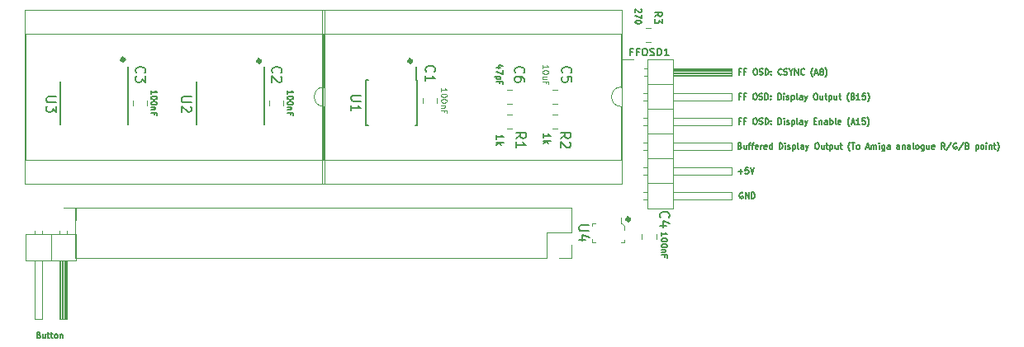
<source format=gbr>
G04 #@! TF.GenerationSoftware,KiCad,Pcbnew,(5.1.9)-1*
G04 #@! TF.CreationDate,2021-04-27T19:28:00+01:00*
G04 #@! TF.ProjectId,RGBtoHDMI Amiga Denise - v2++ Rev 2 by solarmon,52474274-6f48-4444-9d49-20416d696761,v2++ Rev 2*
G04 #@! TF.SameCoordinates,Original*
G04 #@! TF.FileFunction,Legend,Top*
G04 #@! TF.FilePolarity,Positive*
%FSLAX46Y46*%
G04 Gerber Fmt 4.6, Leading zero omitted, Abs format (unit mm)*
G04 Created by KiCad (PCBNEW (5.1.9)-1) date 2021-04-27 19:28:00*
%MOMM*%
%LPD*%
G01*
G04 APERTURE LIST*
%ADD10C,0.150000*%
%ADD11C,0.400000*%
%ADD12C,0.120000*%
%ADD13C,0.100000*%
%ADD14C,0.125000*%
G04 APERTURE END LIST*
D10*
X175691857Y-85425000D02*
X175634714Y-85396428D01*
X175549000Y-85396428D01*
X175463285Y-85425000D01*
X175406142Y-85482142D01*
X175377571Y-85539285D01*
X175349000Y-85653571D01*
X175349000Y-85739285D01*
X175377571Y-85853571D01*
X175406142Y-85910714D01*
X175463285Y-85967857D01*
X175549000Y-85996428D01*
X175606142Y-85996428D01*
X175691857Y-85967857D01*
X175720428Y-85939285D01*
X175720428Y-85739285D01*
X175606142Y-85739285D01*
X175977571Y-85996428D02*
X175977571Y-85396428D01*
X176320428Y-85996428D01*
X176320428Y-85396428D01*
X176606142Y-85996428D02*
X176606142Y-85396428D01*
X176749000Y-85396428D01*
X176834714Y-85425000D01*
X176891857Y-85482142D01*
X176920428Y-85539285D01*
X176949000Y-85653571D01*
X176949000Y-85739285D01*
X176920428Y-85853571D01*
X176891857Y-85910714D01*
X176834714Y-85967857D01*
X176749000Y-85996428D01*
X176606142Y-85996428D01*
X175250571Y-83227857D02*
X175707714Y-83227857D01*
X175479142Y-83456428D02*
X175479142Y-82999285D01*
X176279142Y-82856428D02*
X175993428Y-82856428D01*
X175964857Y-83142142D01*
X175993428Y-83113571D01*
X176050571Y-83085000D01*
X176193428Y-83085000D01*
X176250571Y-83113571D01*
X176279142Y-83142142D01*
X176307714Y-83199285D01*
X176307714Y-83342142D01*
X176279142Y-83399285D01*
X176250571Y-83427857D01*
X176193428Y-83456428D01*
X176050571Y-83456428D01*
X175993428Y-83427857D01*
X175964857Y-83399285D01*
X176479142Y-82856428D02*
X176679142Y-83456428D01*
X176879142Y-82856428D01*
X175423571Y-80602142D02*
X175509285Y-80630714D01*
X175537857Y-80659285D01*
X175566428Y-80716428D01*
X175566428Y-80802142D01*
X175537857Y-80859285D01*
X175509285Y-80887857D01*
X175452142Y-80916428D01*
X175223571Y-80916428D01*
X175223571Y-80316428D01*
X175423571Y-80316428D01*
X175480714Y-80345000D01*
X175509285Y-80373571D01*
X175537857Y-80430714D01*
X175537857Y-80487857D01*
X175509285Y-80545000D01*
X175480714Y-80573571D01*
X175423571Y-80602142D01*
X175223571Y-80602142D01*
X176080714Y-80516428D02*
X176080714Y-80916428D01*
X175823571Y-80516428D02*
X175823571Y-80830714D01*
X175852142Y-80887857D01*
X175909285Y-80916428D01*
X175995000Y-80916428D01*
X176052142Y-80887857D01*
X176080714Y-80859285D01*
X176280714Y-80516428D02*
X176509285Y-80516428D01*
X176366428Y-80916428D02*
X176366428Y-80402142D01*
X176395000Y-80345000D01*
X176452142Y-80316428D01*
X176509285Y-80316428D01*
X176623571Y-80516428D02*
X176852142Y-80516428D01*
X176709285Y-80916428D02*
X176709285Y-80402142D01*
X176737857Y-80345000D01*
X176795000Y-80316428D01*
X176852142Y-80316428D01*
X177280714Y-80887857D02*
X177223571Y-80916428D01*
X177109285Y-80916428D01*
X177052142Y-80887857D01*
X177023571Y-80830714D01*
X177023571Y-80602142D01*
X177052142Y-80545000D01*
X177109285Y-80516428D01*
X177223571Y-80516428D01*
X177280714Y-80545000D01*
X177309285Y-80602142D01*
X177309285Y-80659285D01*
X177023571Y-80716428D01*
X177566428Y-80916428D02*
X177566428Y-80516428D01*
X177566428Y-80630714D02*
X177595000Y-80573571D01*
X177623571Y-80545000D01*
X177680714Y-80516428D01*
X177737857Y-80516428D01*
X178166428Y-80887857D02*
X178109285Y-80916428D01*
X177995000Y-80916428D01*
X177937857Y-80887857D01*
X177909285Y-80830714D01*
X177909285Y-80602142D01*
X177937857Y-80545000D01*
X177995000Y-80516428D01*
X178109285Y-80516428D01*
X178166428Y-80545000D01*
X178195000Y-80602142D01*
X178195000Y-80659285D01*
X177909285Y-80716428D01*
X178709285Y-80916428D02*
X178709285Y-80316428D01*
X178709285Y-80887857D02*
X178652142Y-80916428D01*
X178537857Y-80916428D01*
X178480714Y-80887857D01*
X178452142Y-80859285D01*
X178423571Y-80802142D01*
X178423571Y-80630714D01*
X178452142Y-80573571D01*
X178480714Y-80545000D01*
X178537857Y-80516428D01*
X178652142Y-80516428D01*
X178709285Y-80545000D01*
X179452142Y-80916428D02*
X179452142Y-80316428D01*
X179595000Y-80316428D01*
X179680714Y-80345000D01*
X179737857Y-80402142D01*
X179766428Y-80459285D01*
X179795000Y-80573571D01*
X179795000Y-80659285D01*
X179766428Y-80773571D01*
X179737857Y-80830714D01*
X179680714Y-80887857D01*
X179595000Y-80916428D01*
X179452142Y-80916428D01*
X180052142Y-80916428D02*
X180052142Y-80516428D01*
X180052142Y-80316428D02*
X180023571Y-80345000D01*
X180052142Y-80373571D01*
X180080714Y-80345000D01*
X180052142Y-80316428D01*
X180052142Y-80373571D01*
X180309285Y-80887857D02*
X180366428Y-80916428D01*
X180480714Y-80916428D01*
X180537857Y-80887857D01*
X180566428Y-80830714D01*
X180566428Y-80802142D01*
X180537857Y-80745000D01*
X180480714Y-80716428D01*
X180395000Y-80716428D01*
X180337857Y-80687857D01*
X180309285Y-80630714D01*
X180309285Y-80602142D01*
X180337857Y-80545000D01*
X180395000Y-80516428D01*
X180480714Y-80516428D01*
X180537857Y-80545000D01*
X180823571Y-80516428D02*
X180823571Y-81116428D01*
X180823571Y-80545000D02*
X180880714Y-80516428D01*
X180995000Y-80516428D01*
X181052142Y-80545000D01*
X181080714Y-80573571D01*
X181109285Y-80630714D01*
X181109285Y-80802142D01*
X181080714Y-80859285D01*
X181052142Y-80887857D01*
X180995000Y-80916428D01*
X180880714Y-80916428D01*
X180823571Y-80887857D01*
X181452142Y-80916428D02*
X181395000Y-80887857D01*
X181366428Y-80830714D01*
X181366428Y-80316428D01*
X181937857Y-80916428D02*
X181937857Y-80602142D01*
X181909285Y-80545000D01*
X181852142Y-80516428D01*
X181737857Y-80516428D01*
X181680714Y-80545000D01*
X181937857Y-80887857D02*
X181880714Y-80916428D01*
X181737857Y-80916428D01*
X181680714Y-80887857D01*
X181652142Y-80830714D01*
X181652142Y-80773571D01*
X181680714Y-80716428D01*
X181737857Y-80687857D01*
X181880714Y-80687857D01*
X181937857Y-80659285D01*
X182166428Y-80516428D02*
X182309285Y-80916428D01*
X182452142Y-80516428D02*
X182309285Y-80916428D01*
X182252142Y-81059285D01*
X182223571Y-81087857D01*
X182166428Y-81116428D01*
X183252142Y-80316428D02*
X183366428Y-80316428D01*
X183423571Y-80345000D01*
X183480714Y-80402142D01*
X183509285Y-80516428D01*
X183509285Y-80716428D01*
X183480714Y-80830714D01*
X183423571Y-80887857D01*
X183366428Y-80916428D01*
X183252142Y-80916428D01*
X183195000Y-80887857D01*
X183137857Y-80830714D01*
X183109285Y-80716428D01*
X183109285Y-80516428D01*
X183137857Y-80402142D01*
X183195000Y-80345000D01*
X183252142Y-80316428D01*
X184023571Y-80516428D02*
X184023571Y-80916428D01*
X183766428Y-80516428D02*
X183766428Y-80830714D01*
X183795000Y-80887857D01*
X183852142Y-80916428D01*
X183937857Y-80916428D01*
X183995000Y-80887857D01*
X184023571Y-80859285D01*
X184223571Y-80516428D02*
X184452142Y-80516428D01*
X184309285Y-80316428D02*
X184309285Y-80830714D01*
X184337857Y-80887857D01*
X184395000Y-80916428D01*
X184452142Y-80916428D01*
X184652142Y-80516428D02*
X184652142Y-81116428D01*
X184652142Y-80545000D02*
X184709285Y-80516428D01*
X184823571Y-80516428D01*
X184880714Y-80545000D01*
X184909285Y-80573571D01*
X184937857Y-80630714D01*
X184937857Y-80802142D01*
X184909285Y-80859285D01*
X184880714Y-80887857D01*
X184823571Y-80916428D01*
X184709285Y-80916428D01*
X184652142Y-80887857D01*
X185452142Y-80516428D02*
X185452142Y-80916428D01*
X185195000Y-80516428D02*
X185195000Y-80830714D01*
X185223571Y-80887857D01*
X185280714Y-80916428D01*
X185366428Y-80916428D01*
X185423571Y-80887857D01*
X185452142Y-80859285D01*
X185652142Y-80516428D02*
X185880714Y-80516428D01*
X185737857Y-80316428D02*
X185737857Y-80830714D01*
X185766428Y-80887857D01*
X185823571Y-80916428D01*
X185880714Y-80916428D01*
X186709285Y-81145000D02*
X186680714Y-81116428D01*
X186623571Y-81030714D01*
X186595000Y-80973571D01*
X186566428Y-80887857D01*
X186537857Y-80745000D01*
X186537857Y-80630714D01*
X186566428Y-80487857D01*
X186595000Y-80402142D01*
X186623571Y-80345000D01*
X186680714Y-80259285D01*
X186709285Y-80230714D01*
X186852142Y-80316428D02*
X187195000Y-80316428D01*
X187023571Y-80916428D02*
X187023571Y-80316428D01*
X187480714Y-80916428D02*
X187423571Y-80887857D01*
X187395000Y-80859285D01*
X187366428Y-80802142D01*
X187366428Y-80630714D01*
X187395000Y-80573571D01*
X187423571Y-80545000D01*
X187480714Y-80516428D01*
X187566428Y-80516428D01*
X187623571Y-80545000D01*
X187652142Y-80573571D01*
X187680714Y-80630714D01*
X187680714Y-80802142D01*
X187652142Y-80859285D01*
X187623571Y-80887857D01*
X187566428Y-80916428D01*
X187480714Y-80916428D01*
X188366428Y-80745000D02*
X188652142Y-80745000D01*
X188309285Y-80916428D02*
X188509285Y-80316428D01*
X188709285Y-80916428D01*
X188909285Y-80916428D02*
X188909285Y-80516428D01*
X188909285Y-80573571D02*
X188937857Y-80545000D01*
X188995000Y-80516428D01*
X189080714Y-80516428D01*
X189137857Y-80545000D01*
X189166428Y-80602142D01*
X189166428Y-80916428D01*
X189166428Y-80602142D02*
X189195000Y-80545000D01*
X189252142Y-80516428D01*
X189337857Y-80516428D01*
X189395000Y-80545000D01*
X189423571Y-80602142D01*
X189423571Y-80916428D01*
X189709285Y-80916428D02*
X189709285Y-80516428D01*
X189709285Y-80316428D02*
X189680714Y-80345000D01*
X189709285Y-80373571D01*
X189737857Y-80345000D01*
X189709285Y-80316428D01*
X189709285Y-80373571D01*
X190252142Y-80516428D02*
X190252142Y-81002142D01*
X190223571Y-81059285D01*
X190195000Y-81087857D01*
X190137857Y-81116428D01*
X190052142Y-81116428D01*
X189995000Y-81087857D01*
X190252142Y-80887857D02*
X190195000Y-80916428D01*
X190080714Y-80916428D01*
X190023571Y-80887857D01*
X189995000Y-80859285D01*
X189966428Y-80802142D01*
X189966428Y-80630714D01*
X189995000Y-80573571D01*
X190023571Y-80545000D01*
X190080714Y-80516428D01*
X190195000Y-80516428D01*
X190252142Y-80545000D01*
X190795000Y-80916428D02*
X190795000Y-80602142D01*
X190766428Y-80545000D01*
X190709285Y-80516428D01*
X190595000Y-80516428D01*
X190537857Y-80545000D01*
X190795000Y-80887857D02*
X190737857Y-80916428D01*
X190595000Y-80916428D01*
X190537857Y-80887857D01*
X190509285Y-80830714D01*
X190509285Y-80773571D01*
X190537857Y-80716428D01*
X190595000Y-80687857D01*
X190737857Y-80687857D01*
X190795000Y-80659285D01*
X191795000Y-80916428D02*
X191795000Y-80602142D01*
X191766428Y-80545000D01*
X191709285Y-80516428D01*
X191595000Y-80516428D01*
X191537857Y-80545000D01*
X191795000Y-80887857D02*
X191737857Y-80916428D01*
X191595000Y-80916428D01*
X191537857Y-80887857D01*
X191509285Y-80830714D01*
X191509285Y-80773571D01*
X191537857Y-80716428D01*
X191595000Y-80687857D01*
X191737857Y-80687857D01*
X191795000Y-80659285D01*
X192080714Y-80516428D02*
X192080714Y-80916428D01*
X192080714Y-80573571D02*
X192109285Y-80545000D01*
X192166428Y-80516428D01*
X192252142Y-80516428D01*
X192309285Y-80545000D01*
X192337857Y-80602142D01*
X192337857Y-80916428D01*
X192880714Y-80916428D02*
X192880714Y-80602142D01*
X192852142Y-80545000D01*
X192795000Y-80516428D01*
X192680714Y-80516428D01*
X192623571Y-80545000D01*
X192880714Y-80887857D02*
X192823571Y-80916428D01*
X192680714Y-80916428D01*
X192623571Y-80887857D01*
X192595000Y-80830714D01*
X192595000Y-80773571D01*
X192623571Y-80716428D01*
X192680714Y-80687857D01*
X192823571Y-80687857D01*
X192880714Y-80659285D01*
X193252142Y-80916428D02*
X193195000Y-80887857D01*
X193166428Y-80830714D01*
X193166428Y-80316428D01*
X193566428Y-80916428D02*
X193509285Y-80887857D01*
X193480714Y-80859285D01*
X193452142Y-80802142D01*
X193452142Y-80630714D01*
X193480714Y-80573571D01*
X193509285Y-80545000D01*
X193566428Y-80516428D01*
X193652142Y-80516428D01*
X193709285Y-80545000D01*
X193737857Y-80573571D01*
X193766428Y-80630714D01*
X193766428Y-80802142D01*
X193737857Y-80859285D01*
X193709285Y-80887857D01*
X193652142Y-80916428D01*
X193566428Y-80916428D01*
X194280714Y-80516428D02*
X194280714Y-81002142D01*
X194252142Y-81059285D01*
X194223571Y-81087857D01*
X194166428Y-81116428D01*
X194080714Y-81116428D01*
X194023571Y-81087857D01*
X194280714Y-80887857D02*
X194223571Y-80916428D01*
X194109285Y-80916428D01*
X194052142Y-80887857D01*
X194023571Y-80859285D01*
X193995000Y-80802142D01*
X193995000Y-80630714D01*
X194023571Y-80573571D01*
X194052142Y-80545000D01*
X194109285Y-80516428D01*
X194223571Y-80516428D01*
X194280714Y-80545000D01*
X194823571Y-80516428D02*
X194823571Y-80916428D01*
X194566428Y-80516428D02*
X194566428Y-80830714D01*
X194595000Y-80887857D01*
X194652142Y-80916428D01*
X194737857Y-80916428D01*
X194795000Y-80887857D01*
X194823571Y-80859285D01*
X195337857Y-80887857D02*
X195280714Y-80916428D01*
X195166428Y-80916428D01*
X195109285Y-80887857D01*
X195080714Y-80830714D01*
X195080714Y-80602142D01*
X195109285Y-80545000D01*
X195166428Y-80516428D01*
X195280714Y-80516428D01*
X195337857Y-80545000D01*
X195366428Y-80602142D01*
X195366428Y-80659285D01*
X195080714Y-80716428D01*
X196423571Y-80916428D02*
X196223571Y-80630714D01*
X196080714Y-80916428D02*
X196080714Y-80316428D01*
X196309285Y-80316428D01*
X196366428Y-80345000D01*
X196395000Y-80373571D01*
X196423571Y-80430714D01*
X196423571Y-80516428D01*
X196395000Y-80573571D01*
X196366428Y-80602142D01*
X196309285Y-80630714D01*
X196080714Y-80630714D01*
X197109285Y-80287857D02*
X196595000Y-81059285D01*
X197623571Y-80345000D02*
X197566428Y-80316428D01*
X197480714Y-80316428D01*
X197395000Y-80345000D01*
X197337857Y-80402142D01*
X197309285Y-80459285D01*
X197280714Y-80573571D01*
X197280714Y-80659285D01*
X197309285Y-80773571D01*
X197337857Y-80830714D01*
X197395000Y-80887857D01*
X197480714Y-80916428D01*
X197537857Y-80916428D01*
X197623571Y-80887857D01*
X197652142Y-80859285D01*
X197652142Y-80659285D01*
X197537857Y-80659285D01*
X198337857Y-80287857D02*
X197823571Y-81059285D01*
X198737857Y-80602142D02*
X198823571Y-80630714D01*
X198852142Y-80659285D01*
X198880714Y-80716428D01*
X198880714Y-80802142D01*
X198852142Y-80859285D01*
X198823571Y-80887857D01*
X198766428Y-80916428D01*
X198537857Y-80916428D01*
X198537857Y-80316428D01*
X198737857Y-80316428D01*
X198795000Y-80345000D01*
X198823571Y-80373571D01*
X198852142Y-80430714D01*
X198852142Y-80487857D01*
X198823571Y-80545000D01*
X198795000Y-80573571D01*
X198737857Y-80602142D01*
X198537857Y-80602142D01*
X199595000Y-80516428D02*
X199595000Y-81116428D01*
X199595000Y-80545000D02*
X199652142Y-80516428D01*
X199766428Y-80516428D01*
X199823571Y-80545000D01*
X199852142Y-80573571D01*
X199880714Y-80630714D01*
X199880714Y-80802142D01*
X199852142Y-80859285D01*
X199823571Y-80887857D01*
X199766428Y-80916428D01*
X199652142Y-80916428D01*
X199595000Y-80887857D01*
X200223571Y-80916428D02*
X200166428Y-80887857D01*
X200137857Y-80859285D01*
X200109285Y-80802142D01*
X200109285Y-80630714D01*
X200137857Y-80573571D01*
X200166428Y-80545000D01*
X200223571Y-80516428D01*
X200309285Y-80516428D01*
X200366428Y-80545000D01*
X200395000Y-80573571D01*
X200423571Y-80630714D01*
X200423571Y-80802142D01*
X200395000Y-80859285D01*
X200366428Y-80887857D01*
X200309285Y-80916428D01*
X200223571Y-80916428D01*
X200680714Y-80916428D02*
X200680714Y-80516428D01*
X200680714Y-80316428D02*
X200652142Y-80345000D01*
X200680714Y-80373571D01*
X200709285Y-80345000D01*
X200680714Y-80316428D01*
X200680714Y-80373571D01*
X200966428Y-80516428D02*
X200966428Y-80916428D01*
X200966428Y-80573571D02*
X200995000Y-80545000D01*
X201052142Y-80516428D01*
X201137857Y-80516428D01*
X201195000Y-80545000D01*
X201223571Y-80602142D01*
X201223571Y-80916428D01*
X201423571Y-80516428D02*
X201652142Y-80516428D01*
X201509285Y-80316428D02*
X201509285Y-80830714D01*
X201537857Y-80887857D01*
X201595000Y-80916428D01*
X201652142Y-80916428D01*
X201795000Y-81145000D02*
X201823571Y-81116428D01*
X201880714Y-81030714D01*
X201909285Y-80973571D01*
X201937857Y-80887857D01*
X201966428Y-80745000D01*
X201966428Y-80630714D01*
X201937857Y-80487857D01*
X201909285Y-80402142D01*
X201880714Y-80345000D01*
X201823571Y-80259285D01*
X201795000Y-80230714D01*
X175519571Y-78062142D02*
X175319571Y-78062142D01*
X175319571Y-78376428D02*
X175319571Y-77776428D01*
X175605285Y-77776428D01*
X176033857Y-78062142D02*
X175833857Y-78062142D01*
X175833857Y-78376428D02*
X175833857Y-77776428D01*
X176119571Y-77776428D01*
X176919571Y-77776428D02*
X177033857Y-77776428D01*
X177091000Y-77805000D01*
X177148142Y-77862142D01*
X177176714Y-77976428D01*
X177176714Y-78176428D01*
X177148142Y-78290714D01*
X177091000Y-78347857D01*
X177033857Y-78376428D01*
X176919571Y-78376428D01*
X176862428Y-78347857D01*
X176805285Y-78290714D01*
X176776714Y-78176428D01*
X176776714Y-77976428D01*
X176805285Y-77862142D01*
X176862428Y-77805000D01*
X176919571Y-77776428D01*
X177405285Y-78347857D02*
X177491000Y-78376428D01*
X177633857Y-78376428D01*
X177691000Y-78347857D01*
X177719571Y-78319285D01*
X177748142Y-78262142D01*
X177748142Y-78205000D01*
X177719571Y-78147857D01*
X177691000Y-78119285D01*
X177633857Y-78090714D01*
X177519571Y-78062142D01*
X177462428Y-78033571D01*
X177433857Y-78005000D01*
X177405285Y-77947857D01*
X177405285Y-77890714D01*
X177433857Y-77833571D01*
X177462428Y-77805000D01*
X177519571Y-77776428D01*
X177662428Y-77776428D01*
X177748142Y-77805000D01*
X178005285Y-78376428D02*
X178005285Y-77776428D01*
X178148142Y-77776428D01*
X178233857Y-77805000D01*
X178291000Y-77862142D01*
X178319571Y-77919285D01*
X178348142Y-78033571D01*
X178348142Y-78119285D01*
X178319571Y-78233571D01*
X178291000Y-78290714D01*
X178233857Y-78347857D01*
X178148142Y-78376428D01*
X178005285Y-78376428D01*
X178605285Y-78319285D02*
X178633857Y-78347857D01*
X178605285Y-78376428D01*
X178576714Y-78347857D01*
X178605285Y-78319285D01*
X178605285Y-78376428D01*
X178605285Y-78005000D02*
X178633857Y-78033571D01*
X178605285Y-78062142D01*
X178576714Y-78033571D01*
X178605285Y-78005000D01*
X178605285Y-78062142D01*
X179348142Y-78376428D02*
X179348142Y-77776428D01*
X179491000Y-77776428D01*
X179576714Y-77805000D01*
X179633857Y-77862142D01*
X179662428Y-77919285D01*
X179691000Y-78033571D01*
X179691000Y-78119285D01*
X179662428Y-78233571D01*
X179633857Y-78290714D01*
X179576714Y-78347857D01*
X179491000Y-78376428D01*
X179348142Y-78376428D01*
X179948142Y-78376428D02*
X179948142Y-77976428D01*
X179948142Y-77776428D02*
X179919571Y-77805000D01*
X179948142Y-77833571D01*
X179976714Y-77805000D01*
X179948142Y-77776428D01*
X179948142Y-77833571D01*
X180205285Y-78347857D02*
X180262428Y-78376428D01*
X180376714Y-78376428D01*
X180433857Y-78347857D01*
X180462428Y-78290714D01*
X180462428Y-78262142D01*
X180433857Y-78205000D01*
X180376714Y-78176428D01*
X180291000Y-78176428D01*
X180233857Y-78147857D01*
X180205285Y-78090714D01*
X180205285Y-78062142D01*
X180233857Y-78005000D01*
X180291000Y-77976428D01*
X180376714Y-77976428D01*
X180433857Y-78005000D01*
X180719571Y-77976428D02*
X180719571Y-78576428D01*
X180719571Y-78005000D02*
X180776714Y-77976428D01*
X180891000Y-77976428D01*
X180948142Y-78005000D01*
X180976714Y-78033571D01*
X181005285Y-78090714D01*
X181005285Y-78262142D01*
X180976714Y-78319285D01*
X180948142Y-78347857D01*
X180891000Y-78376428D01*
X180776714Y-78376428D01*
X180719571Y-78347857D01*
X181348142Y-78376428D02*
X181291000Y-78347857D01*
X181262428Y-78290714D01*
X181262428Y-77776428D01*
X181833857Y-78376428D02*
X181833857Y-78062142D01*
X181805285Y-78005000D01*
X181748142Y-77976428D01*
X181633857Y-77976428D01*
X181576714Y-78005000D01*
X181833857Y-78347857D02*
X181776714Y-78376428D01*
X181633857Y-78376428D01*
X181576714Y-78347857D01*
X181548142Y-78290714D01*
X181548142Y-78233571D01*
X181576714Y-78176428D01*
X181633857Y-78147857D01*
X181776714Y-78147857D01*
X181833857Y-78119285D01*
X182062428Y-77976428D02*
X182205285Y-78376428D01*
X182348142Y-77976428D02*
X182205285Y-78376428D01*
X182148142Y-78519285D01*
X182119571Y-78547857D01*
X182062428Y-78576428D01*
X183033857Y-78062142D02*
X183233857Y-78062142D01*
X183319571Y-78376428D02*
X183033857Y-78376428D01*
X183033857Y-77776428D01*
X183319571Y-77776428D01*
X183576714Y-77976428D02*
X183576714Y-78376428D01*
X183576714Y-78033571D02*
X183605285Y-78005000D01*
X183662428Y-77976428D01*
X183748142Y-77976428D01*
X183805285Y-78005000D01*
X183833857Y-78062142D01*
X183833857Y-78376428D01*
X184376714Y-78376428D02*
X184376714Y-78062142D01*
X184348142Y-78005000D01*
X184291000Y-77976428D01*
X184176714Y-77976428D01*
X184119571Y-78005000D01*
X184376714Y-78347857D02*
X184319571Y-78376428D01*
X184176714Y-78376428D01*
X184119571Y-78347857D01*
X184091000Y-78290714D01*
X184091000Y-78233571D01*
X184119571Y-78176428D01*
X184176714Y-78147857D01*
X184319571Y-78147857D01*
X184376714Y-78119285D01*
X184662428Y-78376428D02*
X184662428Y-77776428D01*
X184662428Y-78005000D02*
X184719571Y-77976428D01*
X184833857Y-77976428D01*
X184891000Y-78005000D01*
X184919571Y-78033571D01*
X184948142Y-78090714D01*
X184948142Y-78262142D01*
X184919571Y-78319285D01*
X184891000Y-78347857D01*
X184833857Y-78376428D01*
X184719571Y-78376428D01*
X184662428Y-78347857D01*
X185291000Y-78376428D02*
X185233857Y-78347857D01*
X185205285Y-78290714D01*
X185205285Y-77776428D01*
X185748142Y-78347857D02*
X185691000Y-78376428D01*
X185576714Y-78376428D01*
X185519571Y-78347857D01*
X185491000Y-78290714D01*
X185491000Y-78062142D01*
X185519571Y-78005000D01*
X185576714Y-77976428D01*
X185691000Y-77976428D01*
X185748142Y-78005000D01*
X185776714Y-78062142D01*
X185776714Y-78119285D01*
X185491000Y-78176428D01*
X186662428Y-78605000D02*
X186633857Y-78576428D01*
X186576714Y-78490714D01*
X186548142Y-78433571D01*
X186519571Y-78347857D01*
X186491000Y-78205000D01*
X186491000Y-78090714D01*
X186519571Y-77947857D01*
X186548142Y-77862142D01*
X186576714Y-77805000D01*
X186633857Y-77719285D01*
X186662428Y-77690714D01*
X186862428Y-78205000D02*
X187148142Y-78205000D01*
X186805285Y-78376428D02*
X187005285Y-77776428D01*
X187205285Y-78376428D01*
X187719571Y-78376428D02*
X187376714Y-78376428D01*
X187548142Y-78376428D02*
X187548142Y-77776428D01*
X187491000Y-77862142D01*
X187433857Y-77919285D01*
X187376714Y-77947857D01*
X188262428Y-77776428D02*
X187976714Y-77776428D01*
X187948142Y-78062142D01*
X187976714Y-78033571D01*
X188033857Y-78005000D01*
X188176714Y-78005000D01*
X188233857Y-78033571D01*
X188262428Y-78062142D01*
X188291000Y-78119285D01*
X188291000Y-78262142D01*
X188262428Y-78319285D01*
X188233857Y-78347857D01*
X188176714Y-78376428D01*
X188033857Y-78376428D01*
X187976714Y-78347857D01*
X187948142Y-78319285D01*
X188491000Y-78605000D02*
X188519571Y-78576428D01*
X188576714Y-78490714D01*
X188605285Y-78433571D01*
X188633857Y-78347857D01*
X188662428Y-78205000D01*
X188662428Y-78090714D01*
X188633857Y-77947857D01*
X188605285Y-77862142D01*
X188576714Y-77805000D01*
X188519571Y-77719285D01*
X188491000Y-77690714D01*
X175505285Y-75522142D02*
X175305285Y-75522142D01*
X175305285Y-75836428D02*
X175305285Y-75236428D01*
X175591000Y-75236428D01*
X176019571Y-75522142D02*
X175819571Y-75522142D01*
X175819571Y-75836428D02*
X175819571Y-75236428D01*
X176105285Y-75236428D01*
X176905285Y-75236428D02*
X177019571Y-75236428D01*
X177076714Y-75265000D01*
X177133857Y-75322142D01*
X177162428Y-75436428D01*
X177162428Y-75636428D01*
X177133857Y-75750714D01*
X177076714Y-75807857D01*
X177019571Y-75836428D01*
X176905285Y-75836428D01*
X176848142Y-75807857D01*
X176791000Y-75750714D01*
X176762428Y-75636428D01*
X176762428Y-75436428D01*
X176791000Y-75322142D01*
X176848142Y-75265000D01*
X176905285Y-75236428D01*
X177391000Y-75807857D02*
X177476714Y-75836428D01*
X177619571Y-75836428D01*
X177676714Y-75807857D01*
X177705285Y-75779285D01*
X177733857Y-75722142D01*
X177733857Y-75665000D01*
X177705285Y-75607857D01*
X177676714Y-75579285D01*
X177619571Y-75550714D01*
X177505285Y-75522142D01*
X177448142Y-75493571D01*
X177419571Y-75465000D01*
X177391000Y-75407857D01*
X177391000Y-75350714D01*
X177419571Y-75293571D01*
X177448142Y-75265000D01*
X177505285Y-75236428D01*
X177648142Y-75236428D01*
X177733857Y-75265000D01*
X177991000Y-75836428D02*
X177991000Y-75236428D01*
X178133857Y-75236428D01*
X178219571Y-75265000D01*
X178276714Y-75322142D01*
X178305285Y-75379285D01*
X178333857Y-75493571D01*
X178333857Y-75579285D01*
X178305285Y-75693571D01*
X178276714Y-75750714D01*
X178219571Y-75807857D01*
X178133857Y-75836428D01*
X177991000Y-75836428D01*
X178591000Y-75779285D02*
X178619571Y-75807857D01*
X178591000Y-75836428D01*
X178562428Y-75807857D01*
X178591000Y-75779285D01*
X178591000Y-75836428D01*
X178591000Y-75465000D02*
X178619571Y-75493571D01*
X178591000Y-75522142D01*
X178562428Y-75493571D01*
X178591000Y-75465000D01*
X178591000Y-75522142D01*
X179333857Y-75836428D02*
X179333857Y-75236428D01*
X179476714Y-75236428D01*
X179562428Y-75265000D01*
X179619571Y-75322142D01*
X179648142Y-75379285D01*
X179676714Y-75493571D01*
X179676714Y-75579285D01*
X179648142Y-75693571D01*
X179619571Y-75750714D01*
X179562428Y-75807857D01*
X179476714Y-75836428D01*
X179333857Y-75836428D01*
X179933857Y-75836428D02*
X179933857Y-75436428D01*
X179933857Y-75236428D02*
X179905285Y-75265000D01*
X179933857Y-75293571D01*
X179962428Y-75265000D01*
X179933857Y-75236428D01*
X179933857Y-75293571D01*
X180191000Y-75807857D02*
X180248142Y-75836428D01*
X180362428Y-75836428D01*
X180419571Y-75807857D01*
X180448142Y-75750714D01*
X180448142Y-75722142D01*
X180419571Y-75665000D01*
X180362428Y-75636428D01*
X180276714Y-75636428D01*
X180219571Y-75607857D01*
X180191000Y-75550714D01*
X180191000Y-75522142D01*
X180219571Y-75465000D01*
X180276714Y-75436428D01*
X180362428Y-75436428D01*
X180419571Y-75465000D01*
X180705285Y-75436428D02*
X180705285Y-76036428D01*
X180705285Y-75465000D02*
X180762428Y-75436428D01*
X180876714Y-75436428D01*
X180933857Y-75465000D01*
X180962428Y-75493571D01*
X180991000Y-75550714D01*
X180991000Y-75722142D01*
X180962428Y-75779285D01*
X180933857Y-75807857D01*
X180876714Y-75836428D01*
X180762428Y-75836428D01*
X180705285Y-75807857D01*
X181333857Y-75836428D02*
X181276714Y-75807857D01*
X181248142Y-75750714D01*
X181248142Y-75236428D01*
X181819571Y-75836428D02*
X181819571Y-75522142D01*
X181791000Y-75465000D01*
X181733857Y-75436428D01*
X181619571Y-75436428D01*
X181562428Y-75465000D01*
X181819571Y-75807857D02*
X181762428Y-75836428D01*
X181619571Y-75836428D01*
X181562428Y-75807857D01*
X181533857Y-75750714D01*
X181533857Y-75693571D01*
X181562428Y-75636428D01*
X181619571Y-75607857D01*
X181762428Y-75607857D01*
X181819571Y-75579285D01*
X182048142Y-75436428D02*
X182191000Y-75836428D01*
X182333857Y-75436428D02*
X182191000Y-75836428D01*
X182133857Y-75979285D01*
X182105285Y-76007857D01*
X182048142Y-76036428D01*
X183133857Y-75236428D02*
X183248142Y-75236428D01*
X183305285Y-75265000D01*
X183362428Y-75322142D01*
X183391000Y-75436428D01*
X183391000Y-75636428D01*
X183362428Y-75750714D01*
X183305285Y-75807857D01*
X183248142Y-75836428D01*
X183133857Y-75836428D01*
X183076714Y-75807857D01*
X183019571Y-75750714D01*
X182991000Y-75636428D01*
X182991000Y-75436428D01*
X183019571Y-75322142D01*
X183076714Y-75265000D01*
X183133857Y-75236428D01*
X183905285Y-75436428D02*
X183905285Y-75836428D01*
X183648142Y-75436428D02*
X183648142Y-75750714D01*
X183676714Y-75807857D01*
X183733857Y-75836428D01*
X183819571Y-75836428D01*
X183876714Y-75807857D01*
X183905285Y-75779285D01*
X184105285Y-75436428D02*
X184333857Y-75436428D01*
X184191000Y-75236428D02*
X184191000Y-75750714D01*
X184219571Y-75807857D01*
X184276714Y-75836428D01*
X184333857Y-75836428D01*
X184533857Y-75436428D02*
X184533857Y-76036428D01*
X184533857Y-75465000D02*
X184591000Y-75436428D01*
X184705285Y-75436428D01*
X184762428Y-75465000D01*
X184791000Y-75493571D01*
X184819571Y-75550714D01*
X184819571Y-75722142D01*
X184791000Y-75779285D01*
X184762428Y-75807857D01*
X184705285Y-75836428D01*
X184591000Y-75836428D01*
X184533857Y-75807857D01*
X185333857Y-75436428D02*
X185333857Y-75836428D01*
X185076714Y-75436428D02*
X185076714Y-75750714D01*
X185105285Y-75807857D01*
X185162428Y-75836428D01*
X185248142Y-75836428D01*
X185305285Y-75807857D01*
X185333857Y-75779285D01*
X185533857Y-75436428D02*
X185762428Y-75436428D01*
X185619571Y-75236428D02*
X185619571Y-75750714D01*
X185648142Y-75807857D01*
X185705285Y-75836428D01*
X185762428Y-75836428D01*
X186591000Y-76065000D02*
X186562428Y-76036428D01*
X186505285Y-75950714D01*
X186476714Y-75893571D01*
X186448142Y-75807857D01*
X186419571Y-75665000D01*
X186419571Y-75550714D01*
X186448142Y-75407857D01*
X186476714Y-75322142D01*
X186505285Y-75265000D01*
X186562428Y-75179285D01*
X186591000Y-75150714D01*
X187019571Y-75522142D02*
X187105285Y-75550714D01*
X187133857Y-75579285D01*
X187162428Y-75636428D01*
X187162428Y-75722142D01*
X187133857Y-75779285D01*
X187105285Y-75807857D01*
X187048142Y-75836428D01*
X186819571Y-75836428D01*
X186819571Y-75236428D01*
X187019571Y-75236428D01*
X187076714Y-75265000D01*
X187105285Y-75293571D01*
X187133857Y-75350714D01*
X187133857Y-75407857D01*
X187105285Y-75465000D01*
X187076714Y-75493571D01*
X187019571Y-75522142D01*
X186819571Y-75522142D01*
X187733857Y-75836428D02*
X187391000Y-75836428D01*
X187562428Y-75836428D02*
X187562428Y-75236428D01*
X187505285Y-75322142D01*
X187448142Y-75379285D01*
X187391000Y-75407857D01*
X188276714Y-75236428D02*
X187991000Y-75236428D01*
X187962428Y-75522142D01*
X187991000Y-75493571D01*
X188048142Y-75465000D01*
X188191000Y-75465000D01*
X188248142Y-75493571D01*
X188276714Y-75522142D01*
X188305285Y-75579285D01*
X188305285Y-75722142D01*
X188276714Y-75779285D01*
X188248142Y-75807857D01*
X188191000Y-75836428D01*
X188048142Y-75836428D01*
X187991000Y-75807857D01*
X187962428Y-75779285D01*
X188505285Y-76065000D02*
X188533857Y-76036428D01*
X188591000Y-75950714D01*
X188619571Y-75893571D01*
X188648142Y-75807857D01*
X188676714Y-75665000D01*
X188676714Y-75550714D01*
X188648142Y-75407857D01*
X188619571Y-75322142D01*
X188591000Y-75265000D01*
X188533857Y-75179285D01*
X188505285Y-75150714D01*
D11*
X164084000Y-88138000D02*
G75*
G03*
X164084000Y-88138000I-127000J0D01*
G01*
D10*
X103533714Y-100033142D02*
X103619428Y-100061714D01*
X103648000Y-100090285D01*
X103676571Y-100147428D01*
X103676571Y-100233142D01*
X103648000Y-100290285D01*
X103619428Y-100318857D01*
X103562285Y-100347428D01*
X103333714Y-100347428D01*
X103333714Y-99747428D01*
X103533714Y-99747428D01*
X103590857Y-99776000D01*
X103619428Y-99804571D01*
X103648000Y-99861714D01*
X103648000Y-99918857D01*
X103619428Y-99976000D01*
X103590857Y-100004571D01*
X103533714Y-100033142D01*
X103333714Y-100033142D01*
X104190857Y-99947428D02*
X104190857Y-100347428D01*
X103933714Y-99947428D02*
X103933714Y-100261714D01*
X103962285Y-100318857D01*
X104019428Y-100347428D01*
X104105142Y-100347428D01*
X104162285Y-100318857D01*
X104190857Y-100290285D01*
X104390857Y-99947428D02*
X104619428Y-99947428D01*
X104476571Y-99747428D02*
X104476571Y-100261714D01*
X104505142Y-100318857D01*
X104562285Y-100347428D01*
X104619428Y-100347428D01*
X104733714Y-99947428D02*
X104962285Y-99947428D01*
X104819428Y-99747428D02*
X104819428Y-100261714D01*
X104848000Y-100318857D01*
X104905142Y-100347428D01*
X104962285Y-100347428D01*
X105248000Y-100347428D02*
X105190857Y-100318857D01*
X105162285Y-100290285D01*
X105133714Y-100233142D01*
X105133714Y-100061714D01*
X105162285Y-100004571D01*
X105190857Y-99976000D01*
X105248000Y-99947428D01*
X105333714Y-99947428D01*
X105390857Y-99976000D01*
X105419428Y-100004571D01*
X105448000Y-100061714D01*
X105448000Y-100233142D01*
X105419428Y-100290285D01*
X105390857Y-100318857D01*
X105333714Y-100347428D01*
X105248000Y-100347428D01*
X105705142Y-99947428D02*
X105705142Y-100347428D01*
X105705142Y-100004571D02*
X105733714Y-99976000D01*
X105790857Y-99947428D01*
X105876571Y-99947428D01*
X105933714Y-99976000D01*
X105962285Y-100033142D01*
X105962285Y-100347428D01*
X175532000Y-72982142D02*
X175332000Y-72982142D01*
X175332000Y-73296428D02*
X175332000Y-72696428D01*
X175617714Y-72696428D01*
X176046285Y-72982142D02*
X175846285Y-72982142D01*
X175846285Y-73296428D02*
X175846285Y-72696428D01*
X176132000Y-72696428D01*
X176932000Y-72696428D02*
X177046285Y-72696428D01*
X177103428Y-72725000D01*
X177160571Y-72782142D01*
X177189142Y-72896428D01*
X177189142Y-73096428D01*
X177160571Y-73210714D01*
X177103428Y-73267857D01*
X177046285Y-73296428D01*
X176932000Y-73296428D01*
X176874857Y-73267857D01*
X176817714Y-73210714D01*
X176789142Y-73096428D01*
X176789142Y-72896428D01*
X176817714Y-72782142D01*
X176874857Y-72725000D01*
X176932000Y-72696428D01*
X177417714Y-73267857D02*
X177503428Y-73296428D01*
X177646285Y-73296428D01*
X177703428Y-73267857D01*
X177732000Y-73239285D01*
X177760571Y-73182142D01*
X177760571Y-73125000D01*
X177732000Y-73067857D01*
X177703428Y-73039285D01*
X177646285Y-73010714D01*
X177532000Y-72982142D01*
X177474857Y-72953571D01*
X177446285Y-72925000D01*
X177417714Y-72867857D01*
X177417714Y-72810714D01*
X177446285Y-72753571D01*
X177474857Y-72725000D01*
X177532000Y-72696428D01*
X177674857Y-72696428D01*
X177760571Y-72725000D01*
X178017714Y-73296428D02*
X178017714Y-72696428D01*
X178160571Y-72696428D01*
X178246285Y-72725000D01*
X178303428Y-72782142D01*
X178332000Y-72839285D01*
X178360571Y-72953571D01*
X178360571Y-73039285D01*
X178332000Y-73153571D01*
X178303428Y-73210714D01*
X178246285Y-73267857D01*
X178160571Y-73296428D01*
X178017714Y-73296428D01*
X178617714Y-73239285D02*
X178646285Y-73267857D01*
X178617714Y-73296428D01*
X178589142Y-73267857D01*
X178617714Y-73239285D01*
X178617714Y-73296428D01*
X178617714Y-72925000D02*
X178646285Y-72953571D01*
X178617714Y-72982142D01*
X178589142Y-72953571D01*
X178617714Y-72925000D01*
X178617714Y-72982142D01*
X179703428Y-73239285D02*
X179674857Y-73267857D01*
X179589142Y-73296428D01*
X179532000Y-73296428D01*
X179446285Y-73267857D01*
X179389142Y-73210714D01*
X179360571Y-73153571D01*
X179332000Y-73039285D01*
X179332000Y-72953571D01*
X179360571Y-72839285D01*
X179389142Y-72782142D01*
X179446285Y-72725000D01*
X179532000Y-72696428D01*
X179589142Y-72696428D01*
X179674857Y-72725000D01*
X179703428Y-72753571D01*
X179932000Y-73267857D02*
X180017714Y-73296428D01*
X180160571Y-73296428D01*
X180217714Y-73267857D01*
X180246285Y-73239285D01*
X180274857Y-73182142D01*
X180274857Y-73125000D01*
X180246285Y-73067857D01*
X180217714Y-73039285D01*
X180160571Y-73010714D01*
X180046285Y-72982142D01*
X179989142Y-72953571D01*
X179960571Y-72925000D01*
X179932000Y-72867857D01*
X179932000Y-72810714D01*
X179960571Y-72753571D01*
X179989142Y-72725000D01*
X180046285Y-72696428D01*
X180189142Y-72696428D01*
X180274857Y-72725000D01*
X180646285Y-73010714D02*
X180646285Y-73296428D01*
X180446285Y-72696428D02*
X180646285Y-73010714D01*
X180846285Y-72696428D01*
X181046285Y-73296428D02*
X181046285Y-72696428D01*
X181389142Y-73296428D01*
X181389142Y-72696428D01*
X182017714Y-73239285D02*
X181989142Y-73267857D01*
X181903428Y-73296428D01*
X181846285Y-73296428D01*
X181760571Y-73267857D01*
X181703428Y-73210714D01*
X181674857Y-73153571D01*
X181646285Y-73039285D01*
X181646285Y-72953571D01*
X181674857Y-72839285D01*
X181703428Y-72782142D01*
X181760571Y-72725000D01*
X181846285Y-72696428D01*
X181903428Y-72696428D01*
X181989142Y-72725000D01*
X182017714Y-72753571D01*
X182903428Y-73525000D02*
X182874857Y-73496428D01*
X182817714Y-73410714D01*
X182789142Y-73353571D01*
X182760571Y-73267857D01*
X182732000Y-73125000D01*
X182732000Y-73010714D01*
X182760571Y-72867857D01*
X182789142Y-72782142D01*
X182817714Y-72725000D01*
X182874857Y-72639285D01*
X182903428Y-72610714D01*
X183103428Y-73125000D02*
X183389142Y-73125000D01*
X183046285Y-73296428D02*
X183246285Y-72696428D01*
X183446285Y-73296428D01*
X183732000Y-72953571D02*
X183674857Y-72925000D01*
X183646285Y-72896428D01*
X183617714Y-72839285D01*
X183617714Y-72810714D01*
X183646285Y-72753571D01*
X183674857Y-72725000D01*
X183732000Y-72696428D01*
X183846285Y-72696428D01*
X183903428Y-72725000D01*
X183932000Y-72753571D01*
X183960571Y-72810714D01*
X183960571Y-72839285D01*
X183932000Y-72896428D01*
X183903428Y-72925000D01*
X183846285Y-72953571D01*
X183732000Y-72953571D01*
X183674857Y-72982142D01*
X183646285Y-73010714D01*
X183617714Y-73067857D01*
X183617714Y-73182142D01*
X183646285Y-73239285D01*
X183674857Y-73267857D01*
X183732000Y-73296428D01*
X183846285Y-73296428D01*
X183903428Y-73267857D01*
X183932000Y-73239285D01*
X183960571Y-73182142D01*
X183960571Y-73067857D01*
X183932000Y-73010714D01*
X183903428Y-72982142D01*
X183846285Y-72953571D01*
X184160571Y-73525000D02*
X184189142Y-73496428D01*
X184246285Y-73410714D01*
X184274857Y-73353571D01*
X184303428Y-73267857D01*
X184332000Y-73125000D01*
X184332000Y-73010714D01*
X184303428Y-72867857D01*
X184274857Y-72782142D01*
X184246285Y-72725000D01*
X184189142Y-72639285D01*
X184160571Y-72610714D01*
D11*
X141732000Y-71882000D02*
G75*
G03*
X141732000Y-71882000I-127000J0D01*
G01*
X126238000Y-71882000D02*
G75*
G03*
X126238000Y-71882000I-127000J0D01*
G01*
X112268000Y-71755000D02*
G75*
G03*
X112268000Y-71755000I-127000J0D01*
G01*
D12*
X166851000Y-90177252D02*
X166851000Y-89654748D01*
X165381000Y-90177252D02*
X165381000Y-89654748D01*
X151503748Y-74830000D02*
X152026252Y-74830000D01*
X151503748Y-76300000D02*
X152026252Y-76300000D01*
X165905000Y-71695000D02*
X165905000Y-87055000D01*
X165905000Y-87055000D02*
X168565000Y-87055000D01*
X168565000Y-87055000D02*
X168565000Y-71695000D01*
X168565000Y-71695000D02*
X165905000Y-71695000D01*
X168565000Y-72645000D02*
X174565000Y-72645000D01*
X174565000Y-72645000D02*
X174565000Y-73405000D01*
X174565000Y-73405000D02*
X168565000Y-73405000D01*
X168565000Y-72705000D02*
X174565000Y-72705000D01*
X168565000Y-72825000D02*
X174565000Y-72825000D01*
X168565000Y-72945000D02*
X174565000Y-72945000D01*
X168565000Y-73065000D02*
X174565000Y-73065000D01*
X168565000Y-73185000D02*
X174565000Y-73185000D01*
X168565000Y-73305000D02*
X174565000Y-73305000D01*
X165575000Y-72645000D02*
X165905000Y-72645000D01*
X165575000Y-73405000D02*
X165905000Y-73405000D01*
X165905000Y-74295000D02*
X168565000Y-74295000D01*
X168565000Y-75185000D02*
X174565000Y-75185000D01*
X174565000Y-75185000D02*
X174565000Y-75945000D01*
X174565000Y-75945000D02*
X168565000Y-75945000D01*
X165507929Y-75185000D02*
X165905000Y-75185000D01*
X165507929Y-75945000D02*
X165905000Y-75945000D01*
X165905000Y-76835000D02*
X168565000Y-76835000D01*
X168565000Y-77725000D02*
X174565000Y-77725000D01*
X174565000Y-77725000D02*
X174565000Y-78485000D01*
X174565000Y-78485000D02*
X168565000Y-78485000D01*
X165507929Y-77725000D02*
X165905000Y-77725000D01*
X165507929Y-78485000D02*
X165905000Y-78485000D01*
X165905000Y-79375000D02*
X168565000Y-79375000D01*
X168565000Y-80265000D02*
X174565000Y-80265000D01*
X174565000Y-80265000D02*
X174565000Y-81025000D01*
X174565000Y-81025000D02*
X168565000Y-81025000D01*
X165507929Y-80265000D02*
X165905000Y-80265000D01*
X165507929Y-81025000D02*
X165905000Y-81025000D01*
X165905000Y-81915000D02*
X168565000Y-81915000D01*
X168565000Y-82805000D02*
X174565000Y-82805000D01*
X174565000Y-82805000D02*
X174565000Y-83565000D01*
X174565000Y-83565000D02*
X168565000Y-83565000D01*
X165507929Y-82805000D02*
X165905000Y-82805000D01*
X165507929Y-83565000D02*
X165905000Y-83565000D01*
X165905000Y-84455000D02*
X168565000Y-84455000D01*
X168565000Y-85345000D02*
X174565000Y-85345000D01*
X174565000Y-85345000D02*
X174565000Y-86105000D01*
X174565000Y-86105000D02*
X168565000Y-86105000D01*
X165507929Y-85345000D02*
X165905000Y-85345000D01*
X165507929Y-86105000D02*
X165905000Y-86105000D01*
X163195000Y-73025000D02*
X163195000Y-71755000D01*
X163195000Y-71755000D02*
X164465000Y-71755000D01*
D13*
X163250000Y-90535000D02*
X163575000Y-90535000D01*
X163575000Y-90535000D02*
X163575000Y-90235000D01*
X160600000Y-88535000D02*
X160275000Y-88535000D01*
X160275000Y-88535000D02*
X160275000Y-88835000D01*
X160575000Y-90535000D02*
X160275000Y-90535000D01*
X160275000Y-90535000D02*
X160275000Y-90210000D01*
X163575000Y-88860000D02*
X163350000Y-88535000D01*
X163350000Y-88535000D02*
X163250000Y-88535000D01*
X163250000Y-88535000D02*
X163250000Y-88010000D01*
X163575000Y-88860000D02*
X163575000Y-89235000D01*
D12*
X165727748Y-68505000D02*
X166250252Y-68505000D01*
X165727748Y-69925000D02*
X166250252Y-69925000D01*
X156202748Y-78815000D02*
X156725252Y-78815000D01*
X156202748Y-77395000D02*
X156725252Y-77395000D01*
X114629000Y-76461252D02*
X114629000Y-75938748D01*
X113209000Y-76461252D02*
X113209000Y-75938748D01*
X128599000Y-76461252D02*
X128599000Y-75938748D01*
X127179000Y-76461252D02*
X127179000Y-75938748D01*
X144347000Y-76216252D02*
X144347000Y-75693748D01*
X142927000Y-76216252D02*
X142927000Y-75693748D01*
D10*
X142200000Y-73875000D02*
X142200000Y-72525000D01*
X137075000Y-73875000D02*
X137075000Y-78525000D01*
X142325000Y-73875000D02*
X142325000Y-78525000D01*
X137075000Y-73875000D02*
X137300000Y-73875000D01*
X137075000Y-78525000D02*
X137300000Y-78525000D01*
X142325000Y-78525000D02*
X142100000Y-78525000D01*
X142325000Y-73875000D02*
X142200000Y-73875000D01*
X119740000Y-73975000D02*
X119740000Y-78425000D01*
X126640000Y-72450000D02*
X126640000Y-78425000D01*
X112670000Y-72450000D02*
X112670000Y-78425000D01*
X105770000Y-73975000D02*
X105770000Y-78425000D01*
D12*
X158175000Y-90805000D02*
X158175000Y-92135000D01*
X158175000Y-92135000D02*
X156845000Y-92135000D01*
X158175000Y-89535000D02*
X155575000Y-89535000D01*
X155575000Y-89535000D02*
X155575000Y-92135000D01*
X155575000Y-92135000D02*
X107255000Y-92135000D01*
X107255000Y-86935000D02*
X107255000Y-92135000D01*
X158175000Y-86935000D02*
X107255000Y-86935000D01*
X158175000Y-86935000D02*
X158175000Y-89535000D01*
X156725252Y-74855000D02*
X156202748Y-74855000D01*
X156725252Y-76275000D02*
X156202748Y-76275000D01*
X151503748Y-78815000D02*
X152026252Y-78815000D01*
X151503748Y-77395000D02*
X152026252Y-77395000D01*
X163315000Y-84515000D02*
X163315000Y-66615000D01*
X132595000Y-84515000D02*
X163315000Y-84515000D01*
X132595000Y-66615000D02*
X132595000Y-84515000D01*
X163315000Y-66615000D02*
X132595000Y-66615000D01*
X163255000Y-82025000D02*
X163255000Y-76565000D01*
X132655000Y-82025000D02*
X163255000Y-82025000D01*
X132655000Y-69105000D02*
X132655000Y-82025000D01*
X163255000Y-69105000D02*
X132655000Y-69105000D01*
X163255000Y-74565000D02*
X163255000Y-69105000D01*
X163255000Y-76565000D02*
G75*
G02*
X163255000Y-74565000I0J1000000D01*
G01*
X132835000Y-84515000D02*
X132835000Y-66615000D01*
X102115000Y-84515000D02*
X132835000Y-84515000D01*
X102115000Y-66615000D02*
X102115000Y-84515000D01*
X132835000Y-66615000D02*
X102115000Y-66615000D01*
X132775000Y-82025000D02*
X132775000Y-76565000D01*
X102175000Y-82025000D02*
X132775000Y-82025000D01*
X102175000Y-69105000D02*
X102175000Y-82025000D01*
X132775000Y-69105000D02*
X102175000Y-69105000D01*
X132775000Y-74565000D02*
X132775000Y-69105000D01*
X132775000Y-76565000D02*
G75*
G02*
X132775000Y-74565000I0J1000000D01*
G01*
X107375000Y-89705000D02*
X102175000Y-89705000D01*
X102175000Y-89705000D02*
X102175000Y-92365000D01*
X102175000Y-92365000D02*
X107375000Y-92365000D01*
X107375000Y-92365000D02*
X107375000Y-89705000D01*
X106425000Y-92365000D02*
X106425000Y-98365000D01*
X106425000Y-98365000D02*
X105665000Y-98365000D01*
X105665000Y-98365000D02*
X105665000Y-92365000D01*
X106365000Y-92365000D02*
X106365000Y-98365000D01*
X106245000Y-92365000D02*
X106245000Y-98365000D01*
X106125000Y-92365000D02*
X106125000Y-98365000D01*
X106005000Y-92365000D02*
X106005000Y-98365000D01*
X105885000Y-92365000D02*
X105885000Y-98365000D01*
X105765000Y-92365000D02*
X105765000Y-98365000D01*
X106425000Y-89375000D02*
X106425000Y-89705000D01*
X105665000Y-89375000D02*
X105665000Y-89705000D01*
X104775000Y-89705000D02*
X104775000Y-92365000D01*
X103885000Y-92365000D02*
X103885000Y-98365000D01*
X103885000Y-98365000D02*
X103125000Y-98365000D01*
X103125000Y-98365000D02*
X103125000Y-92365000D01*
X103885000Y-89307929D02*
X103885000Y-89705000D01*
X103125000Y-89307929D02*
X103125000Y-89705000D01*
X106045000Y-86995000D02*
X107315000Y-86995000D01*
X107315000Y-86995000D02*
X107315000Y-88265000D01*
D10*
X167282857Y-87971333D02*
X167235238Y-87923714D01*
X167187619Y-87780857D01*
X167187619Y-87685619D01*
X167235238Y-87542761D01*
X167330476Y-87447523D01*
X167425714Y-87399904D01*
X167616190Y-87352285D01*
X167759047Y-87352285D01*
X167949523Y-87399904D01*
X168044761Y-87447523D01*
X168140000Y-87542761D01*
X168187619Y-87685619D01*
X168187619Y-87780857D01*
X168140000Y-87923714D01*
X168092380Y-87971333D01*
X167854285Y-88828476D02*
X167187619Y-88828476D01*
X168235238Y-88590380D02*
X167520952Y-88352285D01*
X167520952Y-88971333D01*
X167368571Y-89876428D02*
X167368571Y-89533571D01*
X167368571Y-89705000D02*
X167968571Y-89705000D01*
X167882857Y-89647857D01*
X167825714Y-89590714D01*
X167797142Y-89533571D01*
X167968571Y-90247857D02*
X167968571Y-90305000D01*
X167940000Y-90362142D01*
X167911428Y-90390714D01*
X167854285Y-90419285D01*
X167740000Y-90447857D01*
X167597142Y-90447857D01*
X167482857Y-90419285D01*
X167425714Y-90390714D01*
X167397142Y-90362142D01*
X167368571Y-90305000D01*
X167368571Y-90247857D01*
X167397142Y-90190714D01*
X167425714Y-90162142D01*
X167482857Y-90133571D01*
X167597142Y-90105000D01*
X167740000Y-90105000D01*
X167854285Y-90133571D01*
X167911428Y-90162142D01*
X167940000Y-90190714D01*
X167968571Y-90247857D01*
X167968571Y-90819285D02*
X167968571Y-90876428D01*
X167940000Y-90933571D01*
X167911428Y-90962142D01*
X167854285Y-90990714D01*
X167740000Y-91019285D01*
X167597142Y-91019285D01*
X167482857Y-90990714D01*
X167425714Y-90962142D01*
X167397142Y-90933571D01*
X167368571Y-90876428D01*
X167368571Y-90819285D01*
X167397142Y-90762142D01*
X167425714Y-90733571D01*
X167482857Y-90705000D01*
X167597142Y-90676428D01*
X167740000Y-90676428D01*
X167854285Y-90705000D01*
X167911428Y-90733571D01*
X167940000Y-90762142D01*
X167968571Y-90819285D01*
X167768571Y-91276428D02*
X167368571Y-91276428D01*
X167711428Y-91276428D02*
X167740000Y-91305000D01*
X167768571Y-91362142D01*
X167768571Y-91447857D01*
X167740000Y-91505000D01*
X167682857Y-91533571D01*
X167368571Y-91533571D01*
X167682857Y-92019285D02*
X167682857Y-91819285D01*
X167368571Y-91819285D02*
X167968571Y-91819285D01*
X167968571Y-92105000D01*
X152423857Y-73112333D02*
X152376238Y-73064714D01*
X152328619Y-72921857D01*
X152328619Y-72826619D01*
X152376238Y-72683761D01*
X152471476Y-72588523D01*
X152566714Y-72540904D01*
X152757190Y-72493285D01*
X152900047Y-72493285D01*
X153090523Y-72540904D01*
X153185761Y-72588523D01*
X153281000Y-72683761D01*
X153328619Y-72826619D01*
X153328619Y-72921857D01*
X153281000Y-73064714D01*
X153233380Y-73112333D01*
X153328619Y-73969476D02*
X153328619Y-73779000D01*
X153281000Y-73683761D01*
X153233380Y-73636142D01*
X153090523Y-73540904D01*
X152900047Y-73493285D01*
X152519095Y-73493285D01*
X152423857Y-73540904D01*
X152376238Y-73588523D01*
X152328619Y-73683761D01*
X152328619Y-73874238D01*
X152376238Y-73969476D01*
X152423857Y-74017095D01*
X152519095Y-74064714D01*
X152757190Y-74064714D01*
X152852428Y-74017095D01*
X152900047Y-73969476D01*
X152947666Y-73874238D01*
X152947666Y-73683761D01*
X152900047Y-73588523D01*
X152852428Y-73540904D01*
X152757190Y-73493285D01*
X150877571Y-72579000D02*
X150477571Y-72579000D01*
X151106142Y-72436142D02*
X150677571Y-72293285D01*
X150677571Y-72664714D01*
X151077571Y-72836142D02*
X151077571Y-73236142D01*
X150477571Y-72979000D01*
X150877571Y-73464714D02*
X150277571Y-73464714D01*
X150849000Y-73464714D02*
X150877571Y-73521857D01*
X150877571Y-73636142D01*
X150849000Y-73693285D01*
X150820428Y-73721857D01*
X150763285Y-73750428D01*
X150591857Y-73750428D01*
X150534714Y-73721857D01*
X150506142Y-73693285D01*
X150477571Y-73636142D01*
X150477571Y-73521857D01*
X150506142Y-73464714D01*
X150791857Y-74207571D02*
X150791857Y-74007571D01*
X150477571Y-74007571D02*
X151077571Y-74007571D01*
X151077571Y-74293285D01*
X164419571Y-70939428D02*
X164169571Y-70939428D01*
X164169571Y-71332285D02*
X164169571Y-70582285D01*
X164526714Y-70582285D01*
X165062428Y-70939428D02*
X164812428Y-70939428D01*
X164812428Y-71332285D02*
X164812428Y-70582285D01*
X165169571Y-70582285D01*
X165598142Y-70582285D02*
X165741000Y-70582285D01*
X165812428Y-70618000D01*
X165883857Y-70689428D01*
X165919571Y-70832285D01*
X165919571Y-71082285D01*
X165883857Y-71225142D01*
X165812428Y-71296571D01*
X165741000Y-71332285D01*
X165598142Y-71332285D01*
X165526714Y-71296571D01*
X165455285Y-71225142D01*
X165419571Y-71082285D01*
X165419571Y-70832285D01*
X165455285Y-70689428D01*
X165526714Y-70618000D01*
X165598142Y-70582285D01*
X166205285Y-71296571D02*
X166312428Y-71332285D01*
X166491000Y-71332285D01*
X166562428Y-71296571D01*
X166598142Y-71260857D01*
X166633857Y-71189428D01*
X166633857Y-71118000D01*
X166598142Y-71046571D01*
X166562428Y-71010857D01*
X166491000Y-70975142D01*
X166348142Y-70939428D01*
X166276714Y-70903714D01*
X166241000Y-70868000D01*
X166205285Y-70796571D01*
X166205285Y-70725142D01*
X166241000Y-70653714D01*
X166276714Y-70618000D01*
X166348142Y-70582285D01*
X166526714Y-70582285D01*
X166633857Y-70618000D01*
X166955285Y-71332285D02*
X166955285Y-70582285D01*
X167133857Y-70582285D01*
X167241000Y-70618000D01*
X167312428Y-70689428D01*
X167348142Y-70760857D01*
X167383857Y-70903714D01*
X167383857Y-71010857D01*
X167348142Y-71153714D01*
X167312428Y-71225142D01*
X167241000Y-71296571D01*
X167133857Y-71332285D01*
X166955285Y-71332285D01*
X168098142Y-71332285D02*
X167669571Y-71332285D01*
X167883857Y-71332285D02*
X167883857Y-70582285D01*
X167812428Y-70689428D01*
X167741000Y-70760857D01*
X167669571Y-70796571D01*
X159932619Y-88773095D02*
X159123095Y-88773095D01*
X159027857Y-88820714D01*
X158980238Y-88868333D01*
X158932619Y-88963571D01*
X158932619Y-89154047D01*
X158980238Y-89249285D01*
X159027857Y-89296904D01*
X159123095Y-89344523D01*
X159932619Y-89344523D01*
X159599285Y-90249285D02*
X158932619Y-90249285D01*
X159980238Y-90011190D02*
X159265952Y-89773095D01*
X159265952Y-90392142D01*
X166665714Y-67312000D02*
X167022857Y-67062000D01*
X166665714Y-66883428D02*
X167415714Y-66883428D01*
X167415714Y-67169142D01*
X167380000Y-67240571D01*
X167344285Y-67276285D01*
X167272857Y-67312000D01*
X167165714Y-67312000D01*
X167094285Y-67276285D01*
X167058571Y-67240571D01*
X167022857Y-67169142D01*
X167022857Y-66883428D01*
X167415714Y-67562000D02*
X167415714Y-68026285D01*
X167130000Y-67776285D01*
X167130000Y-67883428D01*
X167094285Y-67954857D01*
X167058571Y-67990571D01*
X166987142Y-68026285D01*
X166808571Y-68026285D01*
X166737142Y-67990571D01*
X166701428Y-67954857D01*
X166665714Y-67883428D01*
X166665714Y-67669142D01*
X166701428Y-67597714D01*
X166737142Y-67562000D01*
X165244428Y-66567142D02*
X165273000Y-66595714D01*
X165301571Y-66652857D01*
X165301571Y-66795714D01*
X165273000Y-66852857D01*
X165244428Y-66881428D01*
X165187285Y-66910000D01*
X165130142Y-66910000D01*
X165044428Y-66881428D01*
X164701571Y-66538571D01*
X164701571Y-66910000D01*
X165301571Y-67110000D02*
X165301571Y-67510000D01*
X164701571Y-67252857D01*
X165301571Y-67852857D02*
X165301571Y-67910000D01*
X165273000Y-67967142D01*
X165244428Y-67995714D01*
X165187285Y-68024285D01*
X165073000Y-68052857D01*
X164930142Y-68052857D01*
X164815857Y-68024285D01*
X164758714Y-67995714D01*
X164730142Y-67967142D01*
X164701571Y-67910000D01*
X164701571Y-67852857D01*
X164730142Y-67795714D01*
X164758714Y-67767142D01*
X164815857Y-67738571D01*
X164930142Y-67710000D01*
X165073000Y-67710000D01*
X165187285Y-67738571D01*
X165244428Y-67767142D01*
X165273000Y-67795714D01*
X165301571Y-67852857D01*
X157027619Y-79843333D02*
X157503809Y-79510000D01*
X157027619Y-79271904D02*
X158027619Y-79271904D01*
X158027619Y-79652857D01*
X157980000Y-79748095D01*
X157932380Y-79795714D01*
X157837142Y-79843333D01*
X157694285Y-79843333D01*
X157599047Y-79795714D01*
X157551428Y-79748095D01*
X157503809Y-79652857D01*
X157503809Y-79271904D01*
X157932380Y-80224285D02*
X157980000Y-80271904D01*
X158027619Y-80367142D01*
X158027619Y-80605238D01*
X157980000Y-80700476D01*
X157932380Y-80748095D01*
X157837142Y-80795714D01*
X157741904Y-80795714D01*
X157599047Y-80748095D01*
X157027619Y-80176666D01*
X157027619Y-80795714D01*
X155235714Y-79793714D02*
X155235714Y-79365142D01*
X155235714Y-79579428D02*
X155985714Y-79579428D01*
X155878571Y-79508000D01*
X155807142Y-79436571D01*
X155771428Y-79365142D01*
X155235714Y-80115142D02*
X155985714Y-80115142D01*
X155521428Y-80186571D02*
X155235714Y-80400857D01*
X155735714Y-80400857D02*
X155450000Y-80115142D01*
X113561857Y-73112333D02*
X113514238Y-73064714D01*
X113466619Y-72921857D01*
X113466619Y-72826619D01*
X113514238Y-72683761D01*
X113609476Y-72588523D01*
X113704714Y-72540904D01*
X113895190Y-72493285D01*
X114038047Y-72493285D01*
X114228523Y-72540904D01*
X114323761Y-72588523D01*
X114419000Y-72683761D01*
X114466619Y-72826619D01*
X114466619Y-72921857D01*
X114419000Y-73064714D01*
X114371380Y-73112333D01*
X114466619Y-73445666D02*
X114466619Y-74064714D01*
X114085666Y-73731380D01*
X114085666Y-73874238D01*
X114038047Y-73969476D01*
X113990428Y-74017095D01*
X113895190Y-74064714D01*
X113657095Y-74064714D01*
X113561857Y-74017095D01*
X113514238Y-73969476D01*
X113466619Y-73874238D01*
X113466619Y-73588523D01*
X113514238Y-73493285D01*
X113561857Y-73445666D01*
X115044571Y-75271428D02*
X115044571Y-74928571D01*
X115044571Y-75100000D02*
X115644571Y-75100000D01*
X115558857Y-75042857D01*
X115501714Y-74985714D01*
X115473142Y-74928571D01*
X115644571Y-75642857D02*
X115644571Y-75700000D01*
X115616000Y-75757142D01*
X115587428Y-75785714D01*
X115530285Y-75814285D01*
X115416000Y-75842857D01*
X115273142Y-75842857D01*
X115158857Y-75814285D01*
X115101714Y-75785714D01*
X115073142Y-75757142D01*
X115044571Y-75700000D01*
X115044571Y-75642857D01*
X115073142Y-75585714D01*
X115101714Y-75557142D01*
X115158857Y-75528571D01*
X115273142Y-75500000D01*
X115416000Y-75500000D01*
X115530285Y-75528571D01*
X115587428Y-75557142D01*
X115616000Y-75585714D01*
X115644571Y-75642857D01*
X115644571Y-76214285D02*
X115644571Y-76271428D01*
X115616000Y-76328571D01*
X115587428Y-76357142D01*
X115530285Y-76385714D01*
X115416000Y-76414285D01*
X115273142Y-76414285D01*
X115158857Y-76385714D01*
X115101714Y-76357142D01*
X115073142Y-76328571D01*
X115044571Y-76271428D01*
X115044571Y-76214285D01*
X115073142Y-76157142D01*
X115101714Y-76128571D01*
X115158857Y-76100000D01*
X115273142Y-76071428D01*
X115416000Y-76071428D01*
X115530285Y-76100000D01*
X115587428Y-76128571D01*
X115616000Y-76157142D01*
X115644571Y-76214285D01*
X115444571Y-76671428D02*
X115044571Y-76671428D01*
X115387428Y-76671428D02*
X115416000Y-76700000D01*
X115444571Y-76757142D01*
X115444571Y-76842857D01*
X115416000Y-76900000D01*
X115358857Y-76928571D01*
X115044571Y-76928571D01*
X115358857Y-77414285D02*
X115358857Y-77214285D01*
X115044571Y-77214285D02*
X115644571Y-77214285D01*
X115644571Y-77500000D01*
X127531857Y-73112333D02*
X127484238Y-73064714D01*
X127436619Y-72921857D01*
X127436619Y-72826619D01*
X127484238Y-72683761D01*
X127579476Y-72588523D01*
X127674714Y-72540904D01*
X127865190Y-72493285D01*
X128008047Y-72493285D01*
X128198523Y-72540904D01*
X128293761Y-72588523D01*
X128389000Y-72683761D01*
X128436619Y-72826619D01*
X128436619Y-72921857D01*
X128389000Y-73064714D01*
X128341380Y-73112333D01*
X128341380Y-73493285D02*
X128389000Y-73540904D01*
X128436619Y-73636142D01*
X128436619Y-73874238D01*
X128389000Y-73969476D01*
X128341380Y-74017095D01*
X128246142Y-74064714D01*
X128150904Y-74064714D01*
X128008047Y-74017095D01*
X127436619Y-73445666D01*
X127436619Y-74064714D01*
X129014571Y-75271428D02*
X129014571Y-74928571D01*
X129014571Y-75100000D02*
X129614571Y-75100000D01*
X129528857Y-75042857D01*
X129471714Y-74985714D01*
X129443142Y-74928571D01*
X129614571Y-75642857D02*
X129614571Y-75700000D01*
X129586000Y-75757142D01*
X129557428Y-75785714D01*
X129500285Y-75814285D01*
X129386000Y-75842857D01*
X129243142Y-75842857D01*
X129128857Y-75814285D01*
X129071714Y-75785714D01*
X129043142Y-75757142D01*
X129014571Y-75700000D01*
X129014571Y-75642857D01*
X129043142Y-75585714D01*
X129071714Y-75557142D01*
X129128857Y-75528571D01*
X129243142Y-75500000D01*
X129386000Y-75500000D01*
X129500285Y-75528571D01*
X129557428Y-75557142D01*
X129586000Y-75585714D01*
X129614571Y-75642857D01*
X129614571Y-76214285D02*
X129614571Y-76271428D01*
X129586000Y-76328571D01*
X129557428Y-76357142D01*
X129500285Y-76385714D01*
X129386000Y-76414285D01*
X129243142Y-76414285D01*
X129128857Y-76385714D01*
X129071714Y-76357142D01*
X129043142Y-76328571D01*
X129014571Y-76271428D01*
X129014571Y-76214285D01*
X129043142Y-76157142D01*
X129071714Y-76128571D01*
X129128857Y-76100000D01*
X129243142Y-76071428D01*
X129386000Y-76071428D01*
X129500285Y-76100000D01*
X129557428Y-76128571D01*
X129586000Y-76157142D01*
X129614571Y-76214285D01*
X129414571Y-76671428D02*
X129014571Y-76671428D01*
X129357428Y-76671428D02*
X129386000Y-76700000D01*
X129414571Y-76757142D01*
X129414571Y-76842857D01*
X129386000Y-76900000D01*
X129328857Y-76928571D01*
X129014571Y-76928571D01*
X129328857Y-77414285D02*
X129328857Y-77214285D01*
X129014571Y-77214285D02*
X129614571Y-77214285D01*
X129614571Y-77500000D01*
X143279857Y-72994333D02*
X143232238Y-72946714D01*
X143184619Y-72803857D01*
X143184619Y-72708619D01*
X143232238Y-72565761D01*
X143327476Y-72470523D01*
X143422714Y-72422904D01*
X143613190Y-72375285D01*
X143756047Y-72375285D01*
X143946523Y-72422904D01*
X144041761Y-72470523D01*
X144137000Y-72565761D01*
X144184619Y-72708619D01*
X144184619Y-72803857D01*
X144137000Y-72946714D01*
X144089380Y-72994333D01*
X143184619Y-73946714D02*
X143184619Y-73375285D01*
X143184619Y-73661000D02*
X144184619Y-73661000D01*
X144041761Y-73565761D01*
X143946523Y-73470523D01*
X143898904Y-73375285D01*
D14*
X144762571Y-75026428D02*
X144762571Y-74683571D01*
X144762571Y-74855000D02*
X145362571Y-74855000D01*
X145276857Y-74797857D01*
X145219714Y-74740714D01*
X145191142Y-74683571D01*
X145362571Y-75397857D02*
X145362571Y-75455000D01*
X145334000Y-75512142D01*
X145305428Y-75540714D01*
X145248285Y-75569285D01*
X145134000Y-75597857D01*
X144991142Y-75597857D01*
X144876857Y-75569285D01*
X144819714Y-75540714D01*
X144791142Y-75512142D01*
X144762571Y-75455000D01*
X144762571Y-75397857D01*
X144791142Y-75340714D01*
X144819714Y-75312142D01*
X144876857Y-75283571D01*
X144991142Y-75255000D01*
X145134000Y-75255000D01*
X145248285Y-75283571D01*
X145305428Y-75312142D01*
X145334000Y-75340714D01*
X145362571Y-75397857D01*
X145362571Y-75969285D02*
X145362571Y-76026428D01*
X145334000Y-76083571D01*
X145305428Y-76112142D01*
X145248285Y-76140714D01*
X145134000Y-76169285D01*
X144991142Y-76169285D01*
X144876857Y-76140714D01*
X144819714Y-76112142D01*
X144791142Y-76083571D01*
X144762571Y-76026428D01*
X144762571Y-75969285D01*
X144791142Y-75912142D01*
X144819714Y-75883571D01*
X144876857Y-75855000D01*
X144991142Y-75826428D01*
X145134000Y-75826428D01*
X145248285Y-75855000D01*
X145305428Y-75883571D01*
X145334000Y-75912142D01*
X145362571Y-75969285D01*
X145162571Y-76426428D02*
X144762571Y-76426428D01*
X145105428Y-76426428D02*
X145134000Y-76455000D01*
X145162571Y-76512142D01*
X145162571Y-76597857D01*
X145134000Y-76655000D01*
X145076857Y-76683571D01*
X144762571Y-76683571D01*
X145076857Y-77169285D02*
X145076857Y-76969285D01*
X144762571Y-76969285D02*
X145362571Y-76969285D01*
X145362571Y-77255000D01*
D10*
X136564619Y-75438095D02*
X135755095Y-75438095D01*
X135659857Y-75485714D01*
X135612238Y-75533333D01*
X135564619Y-75628571D01*
X135564619Y-75819047D01*
X135612238Y-75914285D01*
X135659857Y-75961904D01*
X135755095Y-76009523D01*
X136564619Y-76009523D01*
X135564619Y-77009523D02*
X135564619Y-76438095D01*
X135564619Y-76723809D02*
X136564619Y-76723809D01*
X136421761Y-76628571D01*
X136326523Y-76533333D01*
X136278904Y-76438095D01*
X119165619Y-75565095D02*
X118356095Y-75565095D01*
X118260857Y-75612714D01*
X118213238Y-75660333D01*
X118165619Y-75755571D01*
X118165619Y-75946047D01*
X118213238Y-76041285D01*
X118260857Y-76088904D01*
X118356095Y-76136523D01*
X119165619Y-76136523D01*
X119070380Y-76565095D02*
X119118000Y-76612714D01*
X119165619Y-76707952D01*
X119165619Y-76946047D01*
X119118000Y-77041285D01*
X119070380Y-77088904D01*
X118975142Y-77136523D01*
X118879904Y-77136523D01*
X118737047Y-77088904D01*
X118165619Y-76517476D01*
X118165619Y-77136523D01*
X105322619Y-75565095D02*
X104513095Y-75565095D01*
X104417857Y-75612714D01*
X104370238Y-75660333D01*
X104322619Y-75755571D01*
X104322619Y-75946047D01*
X104370238Y-76041285D01*
X104417857Y-76088904D01*
X104513095Y-76136523D01*
X105322619Y-76136523D01*
X105322619Y-76517476D02*
X105322619Y-77136523D01*
X104941666Y-76803190D01*
X104941666Y-76946047D01*
X104894047Y-77041285D01*
X104846428Y-77088904D01*
X104751190Y-77136523D01*
X104513095Y-77136523D01*
X104417857Y-77088904D01*
X104370238Y-77041285D01*
X104322619Y-76946047D01*
X104322619Y-76660333D01*
X104370238Y-76565095D01*
X104417857Y-76517476D01*
X157249857Y-73112333D02*
X157202238Y-73064714D01*
X157154619Y-72921857D01*
X157154619Y-72826619D01*
X157202238Y-72683761D01*
X157297476Y-72588523D01*
X157392714Y-72540904D01*
X157583190Y-72493285D01*
X157726047Y-72493285D01*
X157916523Y-72540904D01*
X158011761Y-72588523D01*
X158107000Y-72683761D01*
X158154619Y-72826619D01*
X158154619Y-72921857D01*
X158107000Y-73064714D01*
X158059380Y-73112333D01*
X158154619Y-74017095D02*
X158154619Y-73540904D01*
X157678428Y-73493285D01*
X157726047Y-73540904D01*
X157773666Y-73636142D01*
X157773666Y-73874238D01*
X157726047Y-73969476D01*
X157678428Y-74017095D01*
X157583190Y-74064714D01*
X157345095Y-74064714D01*
X157249857Y-74017095D01*
X157202238Y-73969476D01*
X157154619Y-73874238D01*
X157154619Y-73636142D01*
X157202238Y-73540904D01*
X157249857Y-73493285D01*
D14*
X155176571Y-72636142D02*
X155176571Y-72293285D01*
X155176571Y-72464714D02*
X155776571Y-72464714D01*
X155690857Y-72407571D01*
X155633714Y-72350428D01*
X155605142Y-72293285D01*
X155776571Y-73007571D02*
X155776571Y-73064714D01*
X155748000Y-73121857D01*
X155719428Y-73150428D01*
X155662285Y-73179000D01*
X155548000Y-73207571D01*
X155405142Y-73207571D01*
X155290857Y-73179000D01*
X155233714Y-73150428D01*
X155205142Y-73121857D01*
X155176571Y-73064714D01*
X155176571Y-73007571D01*
X155205142Y-72950428D01*
X155233714Y-72921857D01*
X155290857Y-72893285D01*
X155405142Y-72864714D01*
X155548000Y-72864714D01*
X155662285Y-72893285D01*
X155719428Y-72921857D01*
X155748000Y-72950428D01*
X155776571Y-73007571D01*
X155576571Y-73721857D02*
X155176571Y-73721857D01*
X155576571Y-73464714D02*
X155262285Y-73464714D01*
X155205142Y-73493285D01*
X155176571Y-73550428D01*
X155176571Y-73636142D01*
X155205142Y-73693285D01*
X155233714Y-73721857D01*
X155490857Y-74207571D02*
X155490857Y-74007571D01*
X155176571Y-74007571D02*
X155776571Y-74007571D01*
X155776571Y-74293285D01*
D10*
X152455619Y-79843333D02*
X152931809Y-79510000D01*
X152455619Y-79271904D02*
X153455619Y-79271904D01*
X153455619Y-79652857D01*
X153408000Y-79748095D01*
X153360380Y-79795714D01*
X153265142Y-79843333D01*
X153122285Y-79843333D01*
X153027047Y-79795714D01*
X152979428Y-79748095D01*
X152931809Y-79652857D01*
X152931809Y-79271904D01*
X152455619Y-80795714D02*
X152455619Y-80224285D01*
X152455619Y-80510000D02*
X153455619Y-80510000D01*
X153312761Y-80414761D01*
X153217523Y-80319523D01*
X153169904Y-80224285D01*
X150409714Y-79920714D02*
X150409714Y-79492142D01*
X150409714Y-79706428D02*
X151159714Y-79706428D01*
X151052571Y-79635000D01*
X150981142Y-79563571D01*
X150945428Y-79492142D01*
X150409714Y-80242142D02*
X151159714Y-80242142D01*
X150695428Y-80313571D02*
X150409714Y-80527857D01*
X150909714Y-80527857D02*
X150624000Y-80242142D01*
M02*

</source>
